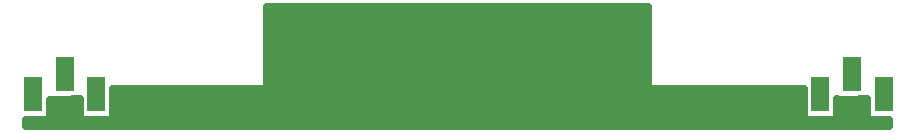
<source format=gbr>
G04 DipTrace 2.4.0.2*
%INBottom.gbr*%
%MOIN*%
%ADD15C,0.025*%
%ADD17R,0.0591X0.1181*%
%ADD19C,0.04*%
%FSLAX44Y44*%
G04*
G70*
G90*
G75*
G01*
%LNBottom*%
%LPD*%
D19*
X4565Y5128D3*
X5565Y5878D3*
X6753Y5128D3*
X30818Y5190D3*
X31881Y6003D3*
X32943Y5315D3*
X12414Y8057D2*
D15*
X25032D1*
X12414Y7808D2*
X25032D1*
X12414Y7560D2*
X25032D1*
X12414Y7311D2*
X25032D1*
X12414Y7062D2*
X25032D1*
X12414Y6814D2*
X25032D1*
X12414Y6565D2*
X25032D1*
X12414Y6316D2*
X25032D1*
X12414Y6068D2*
X25032D1*
X12414Y5819D2*
X25032D1*
X12352Y5570D2*
X25032D1*
X7274Y5322D2*
X30232D1*
X5149Y5073D2*
X6107D1*
X7274D2*
X30232D1*
X31403D2*
X32357D1*
X5149Y4824D2*
X6107D1*
X7274D2*
X30232D1*
X31403D2*
X32357D1*
X5149Y4575D2*
X6107D1*
X7274D2*
X30232D1*
X31403D2*
X32357D1*
X4350Y4327D2*
X33095D1*
X31378Y5214D2*
Y4522D1*
X30258D1*
Y5557D1*
X27453Y5556D1*
X25183D1*
X25077Y5617D1*
X25058Y5681D1*
Y8306D1*
X12388D1*
Y5681D1*
X12327Y5575D1*
X12263Y5556D1*
X7252D1*
X7251Y4522D1*
X6130D1*
Y5214D1*
X5563Y5210D1*
X5124D1*
X5125Y4522D1*
X4325D1*
Y4325D1*
X33121D1*
Y4524D1*
X32383Y4522D1*
Y5214D1*
X31816Y5210D1*
X31377D1*
D17*
X30818Y5378D3*
X31881Y6065D3*
X32943Y5378D3*
X4565D3*
X5628Y6065D3*
X6690Y5378D3*
M02*

</source>
